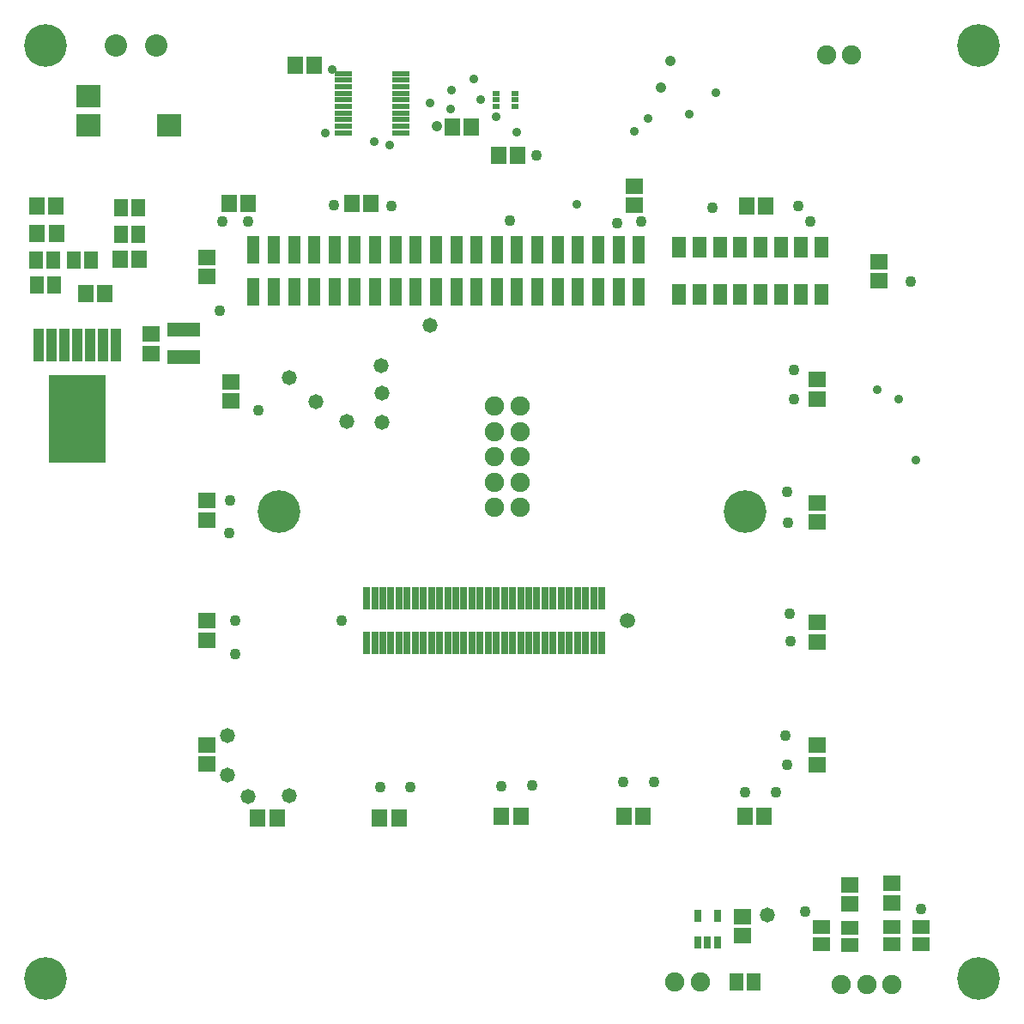
<source format=gbs>
G04 Layer_Color=16711935*
%FSLAX44Y44*%
%MOMM*%
G71*
G01*
G75*
%ADD48C,4.2032*%
%ADD49C,1.5032*%
%ADD50C,1.1032*%
%ADD51C,2.2032*%
%ADD52C,1.9032*%
%ADD53C,1.4732*%
%ADD54C,0.9144*%
%ADD55C,1.0922*%
%ADD56C,1.0668*%
%ADD57R,0.7032X2.2032*%
%ADD58R,1.3232X2.0332*%
%ADD59R,1.2032X2.8032*%
%ADD60R,2.4032X2.2032*%
%ADD61R,1.5032X1.7032*%
%ADD62R,1.7032X1.5032*%
%ADD63R,3.2032X1.4032*%
%ADD64R,5.5532X8.7432*%
%ADD65R,1.0932X3.2632*%
%ADD66R,1.4032X1.7032*%
%ADD67R,1.8032X0.5032*%
%ADD68R,0.8032X1.3032*%
%ADD69R,1.7032X1.4032*%
%ADD70R,0.7232X0.6232*%
D48*
X779000Y1385500D02*
D03*
X1699000Y465500D02*
D03*
Y1385500D02*
D03*
X779000Y465500D02*
D03*
X1469000Y925500D02*
D03*
X1009000D02*
D03*
D49*
X1352500Y818000D02*
D03*
D50*
X1070500D02*
D03*
D51*
X848000Y1386000D02*
D03*
X888000D02*
D03*
D52*
X1247000Y1030000D02*
D03*
Y1005000D02*
D03*
Y980000D02*
D03*
Y955000D02*
D03*
Y930000D02*
D03*
X1222000D02*
D03*
Y955000D02*
D03*
Y980000D02*
D03*
Y1005000D02*
D03*
Y1030000D02*
D03*
X1564000Y459000D02*
D03*
X1589000D02*
D03*
X1614000D02*
D03*
X1549000Y1376000D02*
D03*
X1574000D02*
D03*
X1424550Y461937D02*
D03*
X1399550D02*
D03*
D53*
X1019000Y1058000D02*
D03*
X1045270Y1034270D02*
D03*
X1076000Y1015000D02*
D03*
X1111000Y1014000D02*
D03*
Y1043000D02*
D03*
X1110000Y1070000D02*
D03*
X979000Y645000D02*
D03*
X958000Y666000D02*
D03*
Y705000D02*
D03*
X1019000Y646000D02*
D03*
X1491000Y528000D02*
D03*
X1158000Y1110000D02*
D03*
D54*
X1054721Y1299497D02*
D03*
X1062000Y1362000D02*
D03*
X1208000Y1332000D02*
D03*
X1223000Y1315000D02*
D03*
X1103000Y1291000D02*
D03*
X1303000Y1229000D02*
D03*
X1179044Y1342000D02*
D03*
X1201000Y1353000D02*
D03*
X1637000Y977000D02*
D03*
X1620000Y1037000D02*
D03*
X1599000Y1046000D02*
D03*
X1244000Y1300000D02*
D03*
X1158000Y1329000D02*
D03*
X1178129Y1323279D02*
D03*
X1360000Y1301000D02*
D03*
X1373000Y1314000D02*
D03*
X1414000Y1318000D02*
D03*
X1440000Y1339000D02*
D03*
X1118000Y1287000D02*
D03*
D55*
X1642000Y534000D02*
D03*
X1263000Y1277000D02*
D03*
X960000Y905000D02*
D03*
X960500Y936500D02*
D03*
X1063000Y1228000D02*
D03*
X953000Y1212000D02*
D03*
X951000Y1124000D02*
D03*
X1237000Y1213000D02*
D03*
X1632000Y1153000D02*
D03*
X1437000Y1226000D02*
D03*
X1533101Y1212477D02*
D03*
X1517500Y1065500D02*
D03*
X1517000Y1037000D02*
D03*
X1511000Y915000D02*
D03*
X1510500Y945500D02*
D03*
X1513000Y825000D02*
D03*
X1510000Y676000D02*
D03*
X1509000Y705000D02*
D03*
X1499000Y649000D02*
D03*
X1469000D02*
D03*
X989000Y1026000D02*
D03*
X965500Y785500D02*
D03*
X966000Y818000D02*
D03*
X1139000Y654000D02*
D03*
X1109000D02*
D03*
X1228000Y655000D02*
D03*
X1259000Y656000D02*
D03*
X1379000Y659000D02*
D03*
X1349000D02*
D03*
X1528000Y531000D02*
D03*
X1366789Y1212000D02*
D03*
X1514000Y798000D02*
D03*
X1521000Y1227000D02*
D03*
X1343000Y1210000D02*
D03*
X979000Y1212000D02*
D03*
X1120270Y1227000D02*
D03*
D56*
X1165000Y1306000D02*
D03*
X1395000Y1370000D02*
D03*
X1386000Y1344000D02*
D03*
D57*
X1095500Y796000D02*
D03*
Y840000D02*
D03*
X1103500Y796000D02*
D03*
Y840000D02*
D03*
X1111500Y796000D02*
D03*
Y840000D02*
D03*
X1119500Y796000D02*
D03*
Y840000D02*
D03*
X1127500Y796000D02*
D03*
Y840000D02*
D03*
X1135500Y796000D02*
D03*
Y840000D02*
D03*
X1143500Y796000D02*
D03*
Y840000D02*
D03*
X1151500Y796000D02*
D03*
Y840000D02*
D03*
X1159500Y796000D02*
D03*
Y840000D02*
D03*
X1167500Y796000D02*
D03*
Y840000D02*
D03*
X1175500Y796000D02*
D03*
Y840000D02*
D03*
X1183500Y796000D02*
D03*
Y840000D02*
D03*
X1191500Y796000D02*
D03*
Y840000D02*
D03*
X1199500Y796000D02*
D03*
Y840000D02*
D03*
X1207500Y796000D02*
D03*
Y840000D02*
D03*
X1215500Y796000D02*
D03*
Y840000D02*
D03*
X1223500Y796000D02*
D03*
Y840000D02*
D03*
X1231500Y796000D02*
D03*
Y840000D02*
D03*
X1239500Y796000D02*
D03*
Y840000D02*
D03*
X1247500Y796000D02*
D03*
Y840000D02*
D03*
X1255500Y796000D02*
D03*
Y840000D02*
D03*
X1263500Y796000D02*
D03*
Y840000D02*
D03*
X1271500Y796000D02*
D03*
Y840000D02*
D03*
X1279500Y796000D02*
D03*
Y840000D02*
D03*
X1287500Y796000D02*
D03*
Y840000D02*
D03*
X1295500Y796000D02*
D03*
Y840000D02*
D03*
X1303500Y796000D02*
D03*
Y840000D02*
D03*
X1311500Y796000D02*
D03*
Y840000D02*
D03*
X1319500Y796000D02*
D03*
Y840000D02*
D03*
X1327500Y796000D02*
D03*
Y840000D02*
D03*
D58*
X1404000Y1186750D02*
D03*
Y1140250D02*
D03*
X1424000Y1186750D02*
D03*
Y1140250D02*
D03*
X1444000Y1186750D02*
D03*
Y1140250D02*
D03*
X1464000Y1186750D02*
D03*
Y1140250D02*
D03*
X1484000Y1186750D02*
D03*
Y1140250D02*
D03*
X1504000Y1186750D02*
D03*
Y1140250D02*
D03*
X1524000Y1186750D02*
D03*
Y1140250D02*
D03*
X1544000Y1186750D02*
D03*
Y1140250D02*
D03*
D59*
X1364000Y1143000D02*
D03*
Y1184000D02*
D03*
X1344000Y1143000D02*
D03*
Y1184000D02*
D03*
X1324000Y1143000D02*
D03*
Y1184000D02*
D03*
X1304000Y1143000D02*
D03*
Y1184000D02*
D03*
X1284000Y1143000D02*
D03*
Y1184000D02*
D03*
X1264000Y1143000D02*
D03*
Y1184000D02*
D03*
X1244000Y1143000D02*
D03*
Y1184000D02*
D03*
X1224000Y1143000D02*
D03*
Y1184000D02*
D03*
X1204000Y1143000D02*
D03*
Y1184000D02*
D03*
X1184000Y1143000D02*
D03*
Y1184000D02*
D03*
X1164000Y1143000D02*
D03*
Y1184000D02*
D03*
X1144000Y1143000D02*
D03*
Y1184000D02*
D03*
X1124000Y1143000D02*
D03*
Y1184000D02*
D03*
X1104000Y1143000D02*
D03*
Y1184000D02*
D03*
X1084000Y1143000D02*
D03*
Y1184000D02*
D03*
X1064000Y1143000D02*
D03*
Y1184000D02*
D03*
X1044000Y1143000D02*
D03*
Y1184000D02*
D03*
X1024000Y1143000D02*
D03*
Y1184000D02*
D03*
X1004000Y1143000D02*
D03*
Y1184000D02*
D03*
X984000Y1143000D02*
D03*
Y1184000D02*
D03*
D60*
X901000Y1307000D02*
D03*
X821000Y1336000D02*
D03*
Y1307000D02*
D03*
D61*
X1244500Y1277000D02*
D03*
X1225500D02*
D03*
X1489500Y1227000D02*
D03*
X1470500D02*
D03*
X1468500Y625000D02*
D03*
X1487500D02*
D03*
X1349500D02*
D03*
X1368500D02*
D03*
X1228500D02*
D03*
X1247500D02*
D03*
X1108500Y624000D02*
D03*
X1127500D02*
D03*
X988000D02*
D03*
X1007000D02*
D03*
X960000Y1230000D02*
D03*
X979000D02*
D03*
X1100000D02*
D03*
X1081000D02*
D03*
X871500Y1175000D02*
D03*
X852500D02*
D03*
X837500Y1141000D02*
D03*
X818500D02*
D03*
X770000Y1227000D02*
D03*
X789000D02*
D03*
X770500Y1200000D02*
D03*
X789500D02*
D03*
X1180000Y1305000D02*
D03*
X1199000D02*
D03*
X1025000Y1366000D02*
D03*
X1044000D02*
D03*
D62*
X1360000Y1228000D02*
D03*
Y1247000D02*
D03*
X1601000Y1153500D02*
D03*
Y1172500D02*
D03*
X1540000Y1037000D02*
D03*
Y1056000D02*
D03*
Y915500D02*
D03*
Y934500D02*
D03*
Y797500D02*
D03*
Y816500D02*
D03*
Y676500D02*
D03*
Y695500D02*
D03*
X938000Y696000D02*
D03*
Y677000D02*
D03*
Y818000D02*
D03*
Y799000D02*
D03*
Y936500D02*
D03*
Y917500D02*
D03*
X962000Y1054000D02*
D03*
Y1035000D02*
D03*
X938000Y1176500D02*
D03*
Y1157500D02*
D03*
X883000Y1101000D02*
D03*
Y1082000D02*
D03*
X1572000Y539000D02*
D03*
Y558000D02*
D03*
X1614000Y540000D02*
D03*
Y559000D02*
D03*
X1465910Y526270D02*
D03*
Y507270D02*
D03*
D63*
X915000Y1078330D02*
D03*
Y1105000D02*
D03*
D64*
X810000Y1017000D02*
D03*
D65*
X848100Y1090050D02*
D03*
X835400D02*
D03*
X822700D02*
D03*
X810000D02*
D03*
X797300D02*
D03*
X784600D02*
D03*
X771900D02*
D03*
D66*
X853500Y1199000D02*
D03*
X870500D02*
D03*
X824000Y1174000D02*
D03*
X807000D02*
D03*
X770000Y1149000D02*
D03*
X787000D02*
D03*
X786500Y1174000D02*
D03*
X769500D02*
D03*
X853500Y1226000D02*
D03*
X870500D02*
D03*
X1460500Y462000D02*
D03*
X1477500D02*
D03*
D67*
X1129000Y1299500D02*
D03*
Y1306000D02*
D03*
Y1312500D02*
D03*
Y1319000D02*
D03*
Y1325500D02*
D03*
Y1332000D02*
D03*
Y1338500D02*
D03*
Y1345000D02*
D03*
Y1351500D02*
D03*
Y1358000D02*
D03*
X1073000D02*
D03*
Y1351500D02*
D03*
Y1345000D02*
D03*
Y1338500D02*
D03*
Y1332000D02*
D03*
Y1325500D02*
D03*
Y1319000D02*
D03*
Y1312500D02*
D03*
Y1306000D02*
D03*
Y1299500D02*
D03*
D68*
X1441500Y501000D02*
D03*
X1432000D02*
D03*
X1422500D02*
D03*
Y527000D02*
D03*
X1441500D02*
D03*
D69*
X1614000Y516000D02*
D03*
Y499000D02*
D03*
X1544000Y499500D02*
D03*
Y516500D02*
D03*
X1572000Y515500D02*
D03*
Y498500D02*
D03*
X1642000Y499000D02*
D03*
Y516000D02*
D03*
D70*
X1223000Y1338500D02*
D03*
Y1332000D02*
D03*
Y1325500D02*
D03*
X1242000D02*
D03*
Y1332000D02*
D03*
Y1338500D02*
D03*
M02*

</source>
